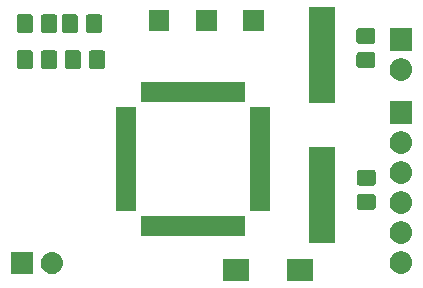
<source format=gbr>
G04 #@! TF.GenerationSoftware,KiCad,Pcbnew,(5.0.2)-1*
G04 #@! TF.CreationDate,2019-10-30T16:47:08+01:00*
G04 #@! TF.ProjectId,pcb_thesis,7063625f-7468-4657-9369-732e6b696361,rev?*
G04 #@! TF.SameCoordinates,Original*
G04 #@! TF.FileFunction,Soldermask,Top*
G04 #@! TF.FilePolarity,Negative*
%FSLAX46Y46*%
G04 Gerber Fmt 4.6, Leading zero omitted, Abs format (unit mm)*
G04 Created by KiCad (PCBNEW (5.0.2)-1) date 30.10.2019 16:47:08*
%MOMM*%
%LPD*%
G01*
G04 APERTURE LIST*
%ADD10C,0.100000*%
G04 APERTURE END LIST*
D10*
G36*
X150358000Y-85482000D02*
X148158000Y-85482000D01*
X148158000Y-83682000D01*
X150358000Y-83682000D01*
X150358000Y-85482000D01*
X150358000Y-85482000D01*
G37*
G36*
X144958000Y-85482000D02*
X142758000Y-85482000D01*
X142758000Y-83682000D01*
X144958000Y-83682000D01*
X144958000Y-85482000D01*
X144958000Y-85482000D01*
G37*
G36*
X128386448Y-83056873D02*
X128456232Y-83063746D01*
X128545770Y-83090907D01*
X128635309Y-83118068D01*
X128800347Y-83206283D01*
X128945001Y-83324999D01*
X129063717Y-83469653D01*
X129151932Y-83634691D01*
X129151932Y-83634692D01*
X129206254Y-83813768D01*
X129224596Y-84000000D01*
X129211179Y-84136232D01*
X129206254Y-84186231D01*
X129151932Y-84365309D01*
X129063717Y-84530347D01*
X128945001Y-84675001D01*
X128800347Y-84793717D01*
X128635309Y-84881932D01*
X128575746Y-84900000D01*
X128456232Y-84936254D01*
X128386448Y-84943127D01*
X128316666Y-84950000D01*
X128223334Y-84950000D01*
X128153552Y-84943127D01*
X128083768Y-84936254D01*
X127964254Y-84900000D01*
X127904691Y-84881932D01*
X127739653Y-84793717D01*
X127594999Y-84675001D01*
X127476283Y-84530347D01*
X127388068Y-84365309D01*
X127333746Y-84186231D01*
X127328822Y-84136232D01*
X127315404Y-84000000D01*
X127333746Y-83813768D01*
X127388068Y-83634692D01*
X127388068Y-83634691D01*
X127476283Y-83469653D01*
X127594999Y-83324999D01*
X127739653Y-83206283D01*
X127904691Y-83118068D01*
X127994230Y-83090907D01*
X128083768Y-83063746D01*
X128153552Y-83056873D01*
X128223334Y-83050000D01*
X128316666Y-83050000D01*
X128386448Y-83056873D01*
X128386448Y-83056873D01*
G37*
G36*
X126680000Y-84950000D02*
X124780000Y-84950000D01*
X124780000Y-83050000D01*
X126680000Y-83050000D01*
X126680000Y-84950000D01*
X126680000Y-84950000D01*
G37*
G36*
X157936448Y-83006873D02*
X158006232Y-83013746D01*
X158095770Y-83040907D01*
X158185309Y-83068068D01*
X158350347Y-83156283D01*
X158495001Y-83274999D01*
X158613717Y-83419653D01*
X158701932Y-83584691D01*
X158701932Y-83584692D01*
X158756254Y-83763768D01*
X158761179Y-83813769D01*
X158774596Y-83950000D01*
X158756254Y-84136231D01*
X158701932Y-84315309D01*
X158613717Y-84480347D01*
X158495001Y-84625001D01*
X158350347Y-84743717D01*
X158185309Y-84831932D01*
X158095770Y-84859093D01*
X158006232Y-84886254D01*
X157866666Y-84900000D01*
X157773334Y-84900000D01*
X157633768Y-84886254D01*
X157544230Y-84859093D01*
X157454691Y-84831932D01*
X157289653Y-84743717D01*
X157144999Y-84625001D01*
X157026283Y-84480347D01*
X156938068Y-84315309D01*
X156883746Y-84136231D01*
X156865404Y-83950000D01*
X156878821Y-83813769D01*
X156883746Y-83763768D01*
X156938068Y-83584692D01*
X156938068Y-83584691D01*
X157026283Y-83419653D01*
X157144999Y-83274999D01*
X157289653Y-83156283D01*
X157454691Y-83068068D01*
X157544230Y-83040907D01*
X157633768Y-83013746D01*
X157703552Y-83006873D01*
X157773334Y-83000000D01*
X157866666Y-83000000D01*
X157936448Y-83006873D01*
X157936448Y-83006873D01*
G37*
G36*
X157936448Y-80466873D02*
X158006232Y-80473746D01*
X158095770Y-80500907D01*
X158185309Y-80528068D01*
X158350347Y-80616283D01*
X158495001Y-80734999D01*
X158613717Y-80879653D01*
X158701932Y-81044691D01*
X158756254Y-81223769D01*
X158774596Y-81410000D01*
X158756254Y-81596231D01*
X158701932Y-81775309D01*
X158613717Y-81940347D01*
X158495001Y-82085001D01*
X158350347Y-82203717D01*
X158185309Y-82291932D01*
X158095770Y-82319093D01*
X158006232Y-82346254D01*
X157866666Y-82360000D01*
X157773334Y-82360000D01*
X157633768Y-82346254D01*
X157544230Y-82319093D01*
X157454691Y-82291932D01*
X157289653Y-82203717D01*
X157144999Y-82085001D01*
X157026283Y-81940347D01*
X156938068Y-81775309D01*
X156883746Y-81596231D01*
X156865404Y-81410000D01*
X156883746Y-81223769D01*
X156938068Y-81044691D01*
X157026283Y-80879653D01*
X157144999Y-80734999D01*
X157289653Y-80616283D01*
X157454691Y-80528068D01*
X157544230Y-80500907D01*
X157633768Y-80473746D01*
X157703552Y-80466873D01*
X157773334Y-80460000D01*
X157866666Y-80460000D01*
X157936448Y-80466873D01*
X157936448Y-80466873D01*
G37*
G36*
X152270000Y-82285000D02*
X150070000Y-82285000D01*
X150070000Y-74210000D01*
X152270000Y-74210000D01*
X152270000Y-82285000D01*
X152270000Y-82285000D01*
G37*
G36*
X144583000Y-81734000D02*
X135833000Y-81734000D01*
X135833000Y-80034000D01*
X144583000Y-80034000D01*
X144583000Y-81734000D01*
X144583000Y-81734000D01*
G37*
G36*
X158006232Y-77933746D02*
X158089483Y-77959000D01*
X158185309Y-77988068D01*
X158350347Y-78076283D01*
X158495001Y-78194999D01*
X158613717Y-78339653D01*
X158701932Y-78504691D01*
X158756254Y-78683769D01*
X158774596Y-78870000D01*
X158756254Y-79056231D01*
X158701932Y-79235309D01*
X158613717Y-79400347D01*
X158495001Y-79545001D01*
X158350347Y-79663717D01*
X158185309Y-79751932D01*
X158095770Y-79779093D01*
X158006232Y-79806254D01*
X157866666Y-79820000D01*
X157773334Y-79820000D01*
X157633768Y-79806254D01*
X157544230Y-79779093D01*
X157454691Y-79751932D01*
X157289653Y-79663717D01*
X157144999Y-79545001D01*
X157026283Y-79400347D01*
X156938068Y-79235309D01*
X156883746Y-79056231D01*
X156865404Y-78870000D01*
X156883746Y-78683769D01*
X156938068Y-78504691D01*
X157026283Y-78339653D01*
X157144999Y-78194999D01*
X157289653Y-78076283D01*
X157454691Y-77988068D01*
X157550517Y-77959000D01*
X157633768Y-77933746D01*
X157773334Y-77920000D01*
X157866666Y-77920000D01*
X158006232Y-77933746D01*
X158006232Y-77933746D01*
G37*
G36*
X135358000Y-79559000D02*
X133658000Y-79559000D01*
X133658000Y-70809000D01*
X135358000Y-70809000D01*
X135358000Y-79559000D01*
X135358000Y-79559000D01*
G37*
G36*
X146758000Y-79559000D02*
X145058000Y-79559000D01*
X145058000Y-70809000D01*
X146758000Y-70809000D01*
X146758000Y-79559000D01*
X146758000Y-79559000D01*
G37*
G36*
X155500527Y-78144874D02*
X155542216Y-78157521D01*
X155580630Y-78178053D01*
X155614308Y-78205692D01*
X155641947Y-78239370D01*
X155662479Y-78277784D01*
X155675126Y-78319473D01*
X155680000Y-78368964D01*
X155680000Y-79261036D01*
X155675126Y-79310527D01*
X155662479Y-79352216D01*
X155641947Y-79390630D01*
X155614308Y-79424308D01*
X155580630Y-79451947D01*
X155542216Y-79472479D01*
X155500527Y-79485126D01*
X155451036Y-79490000D01*
X154308964Y-79490000D01*
X154259473Y-79485126D01*
X154217784Y-79472479D01*
X154179370Y-79451947D01*
X154145692Y-79424308D01*
X154118053Y-79390630D01*
X154097521Y-79352216D01*
X154084874Y-79310527D01*
X154080000Y-79261036D01*
X154080000Y-78368964D01*
X154084874Y-78319473D01*
X154097521Y-78277784D01*
X154118053Y-78239370D01*
X154145692Y-78205692D01*
X154179370Y-78178053D01*
X154217784Y-78157521D01*
X154259473Y-78144874D01*
X154308964Y-78140000D01*
X155451036Y-78140000D01*
X155500527Y-78144874D01*
X155500527Y-78144874D01*
G37*
G36*
X155500527Y-76094874D02*
X155542216Y-76107521D01*
X155580630Y-76128053D01*
X155614308Y-76155692D01*
X155641947Y-76189370D01*
X155662479Y-76227784D01*
X155675126Y-76269473D01*
X155680000Y-76318964D01*
X155680000Y-77211036D01*
X155675126Y-77260527D01*
X155662479Y-77302216D01*
X155641947Y-77340630D01*
X155614308Y-77374308D01*
X155580630Y-77401947D01*
X155542216Y-77422479D01*
X155500527Y-77435126D01*
X155451036Y-77440000D01*
X154308964Y-77440000D01*
X154259473Y-77435126D01*
X154217784Y-77422479D01*
X154179370Y-77401947D01*
X154145692Y-77374308D01*
X154118053Y-77340630D01*
X154097521Y-77302216D01*
X154084874Y-77260527D01*
X154080000Y-77211036D01*
X154080000Y-76318964D01*
X154084874Y-76269473D01*
X154097521Y-76227784D01*
X154118053Y-76189370D01*
X154145692Y-76155692D01*
X154179370Y-76128053D01*
X154217784Y-76107521D01*
X154259473Y-76094874D01*
X154308964Y-76090000D01*
X155451036Y-76090000D01*
X155500527Y-76094874D01*
X155500527Y-76094874D01*
G37*
G36*
X158006232Y-75393746D02*
X158095770Y-75420907D01*
X158185309Y-75448068D01*
X158350347Y-75536283D01*
X158495001Y-75654999D01*
X158613717Y-75799653D01*
X158701932Y-75964691D01*
X158701932Y-75964692D01*
X158745259Y-76107521D01*
X158756254Y-76143769D01*
X158774596Y-76330000D01*
X158756254Y-76516231D01*
X158701932Y-76695309D01*
X158613717Y-76860347D01*
X158495001Y-77005001D01*
X158350347Y-77123717D01*
X158185309Y-77211932D01*
X158095770Y-77239093D01*
X158006232Y-77266254D01*
X157866666Y-77280000D01*
X157773334Y-77280000D01*
X157633768Y-77266254D01*
X157544230Y-77239093D01*
X157454691Y-77211932D01*
X157289653Y-77123717D01*
X157144999Y-77005001D01*
X157026283Y-76860347D01*
X156938068Y-76695309D01*
X156883746Y-76516231D01*
X156865404Y-76330000D01*
X156883746Y-76143769D01*
X156894742Y-76107521D01*
X156938068Y-75964692D01*
X156938068Y-75964691D01*
X157026283Y-75799653D01*
X157144999Y-75654999D01*
X157289653Y-75536283D01*
X157454691Y-75448068D01*
X157544230Y-75420907D01*
X157633768Y-75393746D01*
X157773334Y-75380000D01*
X157866666Y-75380000D01*
X158006232Y-75393746D01*
X158006232Y-75393746D01*
G37*
G36*
X158006232Y-72853746D02*
X158095770Y-72880907D01*
X158185309Y-72908068D01*
X158350347Y-72996283D01*
X158495001Y-73114999D01*
X158613717Y-73259653D01*
X158701932Y-73424691D01*
X158756254Y-73603769D01*
X158774596Y-73790000D01*
X158756254Y-73976231D01*
X158701932Y-74155309D01*
X158613717Y-74320347D01*
X158495001Y-74465001D01*
X158350347Y-74583717D01*
X158185309Y-74671932D01*
X158095770Y-74699093D01*
X158006232Y-74726254D01*
X157866666Y-74740000D01*
X157773334Y-74740000D01*
X157633768Y-74726254D01*
X157544230Y-74699093D01*
X157454691Y-74671932D01*
X157289653Y-74583717D01*
X157144999Y-74465001D01*
X157026283Y-74320347D01*
X156938068Y-74155309D01*
X156883746Y-73976231D01*
X156865404Y-73790000D01*
X156883746Y-73603769D01*
X156938068Y-73424691D01*
X157026283Y-73259653D01*
X157144999Y-73114999D01*
X157289653Y-72996283D01*
X157454691Y-72908068D01*
X157544230Y-72880907D01*
X157633768Y-72853746D01*
X157773334Y-72840000D01*
X157866666Y-72840000D01*
X158006232Y-72853746D01*
X158006232Y-72853746D01*
G37*
G36*
X158770000Y-72200000D02*
X156870000Y-72200000D01*
X156870000Y-70300000D01*
X158770000Y-70300000D01*
X158770000Y-72200000D01*
X158770000Y-72200000D01*
G37*
G36*
X152270000Y-70410000D02*
X150070000Y-70410000D01*
X150070000Y-62335000D01*
X152270000Y-62335000D01*
X152270000Y-70410000D01*
X152270000Y-70410000D01*
G37*
G36*
X144583000Y-70334000D02*
X135833000Y-70334000D01*
X135833000Y-68634000D01*
X144583000Y-68634000D01*
X144583000Y-70334000D01*
X144583000Y-70334000D01*
G37*
G36*
X157936448Y-66666873D02*
X158006232Y-66673746D01*
X158095770Y-66700907D01*
X158185309Y-66728068D01*
X158350347Y-66816283D01*
X158495001Y-66934999D01*
X158613717Y-67079653D01*
X158701932Y-67244691D01*
X158716441Y-67292523D01*
X158731516Y-67342216D01*
X158756254Y-67423769D01*
X158774596Y-67610000D01*
X158756254Y-67796231D01*
X158701932Y-67975309D01*
X158613717Y-68140347D01*
X158495001Y-68285001D01*
X158350347Y-68403717D01*
X158185309Y-68491932D01*
X158095770Y-68519093D01*
X158006232Y-68546254D01*
X157866666Y-68560000D01*
X157773334Y-68560000D01*
X157633768Y-68546254D01*
X157544230Y-68519093D01*
X157454691Y-68491932D01*
X157289653Y-68403717D01*
X157144999Y-68285001D01*
X157026283Y-68140347D01*
X156938068Y-67975309D01*
X156883746Y-67796231D01*
X156865404Y-67610000D01*
X156883746Y-67423769D01*
X156908485Y-67342216D01*
X156923559Y-67292523D01*
X156938068Y-67244691D01*
X157026283Y-67079653D01*
X157144999Y-66934999D01*
X157289653Y-66816283D01*
X157454691Y-66728068D01*
X157544230Y-66700907D01*
X157633768Y-66673746D01*
X157703552Y-66666873D01*
X157773334Y-66660000D01*
X157866666Y-66660000D01*
X157936448Y-66666873D01*
X157936448Y-66666873D01*
G37*
G36*
X132584527Y-65990874D02*
X132626216Y-66003521D01*
X132664630Y-66024053D01*
X132698308Y-66051692D01*
X132725947Y-66085370D01*
X132746479Y-66123784D01*
X132759126Y-66165473D01*
X132764000Y-66214964D01*
X132764000Y-67357036D01*
X132759126Y-67406527D01*
X132746479Y-67448216D01*
X132725947Y-67486630D01*
X132698308Y-67520308D01*
X132664630Y-67547947D01*
X132626216Y-67568479D01*
X132584527Y-67581126D01*
X132535036Y-67586000D01*
X131642964Y-67586000D01*
X131593473Y-67581126D01*
X131551784Y-67568479D01*
X131513370Y-67547947D01*
X131479692Y-67520308D01*
X131452053Y-67486630D01*
X131431521Y-67448216D01*
X131418874Y-67406527D01*
X131414000Y-67357036D01*
X131414000Y-66214964D01*
X131418874Y-66165473D01*
X131431521Y-66123784D01*
X131452053Y-66085370D01*
X131479692Y-66051692D01*
X131513370Y-66024053D01*
X131551784Y-66003521D01*
X131593473Y-65990874D01*
X131642964Y-65986000D01*
X132535036Y-65986000D01*
X132584527Y-65990874D01*
X132584527Y-65990874D01*
G37*
G36*
X126470527Y-65990874D02*
X126512216Y-66003521D01*
X126550630Y-66024053D01*
X126584308Y-66051692D01*
X126611947Y-66085370D01*
X126632479Y-66123784D01*
X126645126Y-66165473D01*
X126650000Y-66214964D01*
X126650000Y-67357036D01*
X126645126Y-67406527D01*
X126632479Y-67448216D01*
X126611947Y-67486630D01*
X126584308Y-67520308D01*
X126550630Y-67547947D01*
X126512216Y-67568479D01*
X126470527Y-67581126D01*
X126421036Y-67586000D01*
X125528964Y-67586000D01*
X125479473Y-67581126D01*
X125437784Y-67568479D01*
X125399370Y-67547947D01*
X125365692Y-67520308D01*
X125338053Y-67486630D01*
X125317521Y-67448216D01*
X125304874Y-67406527D01*
X125300000Y-67357036D01*
X125300000Y-66214964D01*
X125304874Y-66165473D01*
X125317521Y-66123784D01*
X125338053Y-66085370D01*
X125365692Y-66051692D01*
X125399370Y-66024053D01*
X125437784Y-66003521D01*
X125479473Y-65990874D01*
X125528964Y-65986000D01*
X126421036Y-65986000D01*
X126470527Y-65990874D01*
X126470527Y-65990874D01*
G37*
G36*
X128520527Y-65990874D02*
X128562216Y-66003521D01*
X128600630Y-66024053D01*
X128634308Y-66051692D01*
X128661947Y-66085370D01*
X128682479Y-66123784D01*
X128695126Y-66165473D01*
X128700000Y-66214964D01*
X128700000Y-67357036D01*
X128695126Y-67406527D01*
X128682479Y-67448216D01*
X128661947Y-67486630D01*
X128634308Y-67520308D01*
X128600630Y-67547947D01*
X128562216Y-67568479D01*
X128520527Y-67581126D01*
X128471036Y-67586000D01*
X127578964Y-67586000D01*
X127529473Y-67581126D01*
X127487784Y-67568479D01*
X127449370Y-67547947D01*
X127415692Y-67520308D01*
X127388053Y-67486630D01*
X127367521Y-67448216D01*
X127354874Y-67406527D01*
X127350000Y-67357036D01*
X127350000Y-66214964D01*
X127354874Y-66165473D01*
X127367521Y-66123784D01*
X127388053Y-66085370D01*
X127415692Y-66051692D01*
X127449370Y-66024053D01*
X127487784Y-66003521D01*
X127529473Y-65990874D01*
X127578964Y-65986000D01*
X128471036Y-65986000D01*
X128520527Y-65990874D01*
X128520527Y-65990874D01*
G37*
G36*
X130534527Y-65990874D02*
X130576216Y-66003521D01*
X130614630Y-66024053D01*
X130648308Y-66051692D01*
X130675947Y-66085370D01*
X130696479Y-66123784D01*
X130709126Y-66165473D01*
X130714000Y-66214964D01*
X130714000Y-67357036D01*
X130709126Y-67406527D01*
X130696479Y-67448216D01*
X130675947Y-67486630D01*
X130648308Y-67520308D01*
X130614630Y-67547947D01*
X130576216Y-67568479D01*
X130534527Y-67581126D01*
X130485036Y-67586000D01*
X129592964Y-67586000D01*
X129543473Y-67581126D01*
X129501784Y-67568479D01*
X129463370Y-67547947D01*
X129429692Y-67520308D01*
X129402053Y-67486630D01*
X129381521Y-67448216D01*
X129368874Y-67406527D01*
X129364000Y-67357036D01*
X129364000Y-66214964D01*
X129368874Y-66165473D01*
X129381521Y-66123784D01*
X129402053Y-66085370D01*
X129429692Y-66051692D01*
X129463370Y-66024053D01*
X129501784Y-66003521D01*
X129543473Y-65990874D01*
X129592964Y-65986000D01*
X130485036Y-65986000D01*
X130534527Y-65990874D01*
X130534527Y-65990874D01*
G37*
G36*
X155480527Y-66134874D02*
X155522216Y-66147521D01*
X155560630Y-66168053D01*
X155594308Y-66195692D01*
X155621947Y-66229370D01*
X155642479Y-66267784D01*
X155655126Y-66309473D01*
X155660000Y-66358964D01*
X155660000Y-67251036D01*
X155655126Y-67300527D01*
X155642479Y-67342216D01*
X155621947Y-67380630D01*
X155594308Y-67414308D01*
X155560630Y-67441947D01*
X155522216Y-67462479D01*
X155480527Y-67475126D01*
X155431036Y-67480000D01*
X154288964Y-67480000D01*
X154239473Y-67475126D01*
X154197784Y-67462479D01*
X154159370Y-67441947D01*
X154125692Y-67414308D01*
X154098053Y-67380630D01*
X154077521Y-67342216D01*
X154064874Y-67300527D01*
X154060000Y-67251036D01*
X154060000Y-66358964D01*
X154064874Y-66309473D01*
X154077521Y-66267784D01*
X154098053Y-66229370D01*
X154125692Y-66195692D01*
X154159370Y-66168053D01*
X154197784Y-66147521D01*
X154239473Y-66134874D01*
X154288964Y-66130000D01*
X155431036Y-66130000D01*
X155480527Y-66134874D01*
X155480527Y-66134874D01*
G37*
G36*
X158770000Y-66020000D02*
X156870000Y-66020000D01*
X156870000Y-64120000D01*
X158770000Y-64120000D01*
X158770000Y-66020000D01*
X158770000Y-66020000D01*
G37*
G36*
X155480527Y-64084874D02*
X155522216Y-64097521D01*
X155560630Y-64118053D01*
X155594308Y-64145692D01*
X155621947Y-64179370D01*
X155642479Y-64217784D01*
X155655126Y-64259473D01*
X155660000Y-64308964D01*
X155660000Y-65201036D01*
X155655126Y-65250527D01*
X155642479Y-65292216D01*
X155621947Y-65330630D01*
X155594308Y-65364308D01*
X155560630Y-65391947D01*
X155522216Y-65412479D01*
X155480527Y-65425126D01*
X155431036Y-65430000D01*
X154288964Y-65430000D01*
X154239473Y-65425126D01*
X154197784Y-65412479D01*
X154159370Y-65391947D01*
X154125692Y-65364308D01*
X154098053Y-65330630D01*
X154077521Y-65292216D01*
X154064874Y-65250527D01*
X154060000Y-65201036D01*
X154060000Y-64308964D01*
X154064874Y-64259473D01*
X154077521Y-64217784D01*
X154098053Y-64179370D01*
X154125692Y-64145692D01*
X154159370Y-64118053D01*
X154197784Y-64097521D01*
X154239473Y-64084874D01*
X154288964Y-64080000D01*
X155431036Y-64080000D01*
X155480527Y-64084874D01*
X155480527Y-64084874D01*
G37*
G36*
X132330527Y-62942874D02*
X132372216Y-62955521D01*
X132410630Y-62976053D01*
X132444308Y-63003692D01*
X132471947Y-63037370D01*
X132492479Y-63075784D01*
X132505126Y-63117473D01*
X132510000Y-63166964D01*
X132510000Y-64309036D01*
X132505126Y-64358527D01*
X132492479Y-64400216D01*
X132471947Y-64438630D01*
X132444308Y-64472308D01*
X132410630Y-64499947D01*
X132372216Y-64520479D01*
X132330527Y-64533126D01*
X132281036Y-64538000D01*
X131388964Y-64538000D01*
X131339473Y-64533126D01*
X131297784Y-64520479D01*
X131259370Y-64499947D01*
X131225692Y-64472308D01*
X131198053Y-64438630D01*
X131177521Y-64400216D01*
X131164874Y-64358527D01*
X131160000Y-64309036D01*
X131160000Y-63166964D01*
X131164874Y-63117473D01*
X131177521Y-63075784D01*
X131198053Y-63037370D01*
X131225692Y-63003692D01*
X131259370Y-62976053D01*
X131297784Y-62955521D01*
X131339473Y-62942874D01*
X131388964Y-62938000D01*
X132281036Y-62938000D01*
X132330527Y-62942874D01*
X132330527Y-62942874D01*
G37*
G36*
X130280527Y-62942874D02*
X130322216Y-62955521D01*
X130360630Y-62976053D01*
X130394308Y-63003692D01*
X130421947Y-63037370D01*
X130442479Y-63075784D01*
X130455126Y-63117473D01*
X130460000Y-63166964D01*
X130460000Y-64309036D01*
X130455126Y-64358527D01*
X130442479Y-64400216D01*
X130421947Y-64438630D01*
X130394308Y-64472308D01*
X130360630Y-64499947D01*
X130322216Y-64520479D01*
X130280527Y-64533126D01*
X130231036Y-64538000D01*
X129338964Y-64538000D01*
X129289473Y-64533126D01*
X129247784Y-64520479D01*
X129209370Y-64499947D01*
X129175692Y-64472308D01*
X129148053Y-64438630D01*
X129127521Y-64400216D01*
X129114874Y-64358527D01*
X129110000Y-64309036D01*
X129110000Y-63166964D01*
X129114874Y-63117473D01*
X129127521Y-63075784D01*
X129148053Y-63037370D01*
X129175692Y-63003692D01*
X129209370Y-62976053D01*
X129247784Y-62955521D01*
X129289473Y-62942874D01*
X129338964Y-62938000D01*
X130231036Y-62938000D01*
X130280527Y-62942874D01*
X130280527Y-62942874D01*
G37*
G36*
X126470527Y-62942874D02*
X126512216Y-62955521D01*
X126550630Y-62976053D01*
X126584308Y-63003692D01*
X126611947Y-63037370D01*
X126632479Y-63075784D01*
X126645126Y-63117473D01*
X126650000Y-63166964D01*
X126650000Y-64309036D01*
X126645126Y-64358527D01*
X126632479Y-64400216D01*
X126611947Y-64438630D01*
X126584308Y-64472308D01*
X126550630Y-64499947D01*
X126512216Y-64520479D01*
X126470527Y-64533126D01*
X126421036Y-64538000D01*
X125528964Y-64538000D01*
X125479473Y-64533126D01*
X125437784Y-64520479D01*
X125399370Y-64499947D01*
X125365692Y-64472308D01*
X125338053Y-64438630D01*
X125317521Y-64400216D01*
X125304874Y-64358527D01*
X125300000Y-64309036D01*
X125300000Y-63166964D01*
X125304874Y-63117473D01*
X125317521Y-63075784D01*
X125338053Y-63037370D01*
X125365692Y-63003692D01*
X125399370Y-62976053D01*
X125437784Y-62955521D01*
X125479473Y-62942874D01*
X125528964Y-62938000D01*
X126421036Y-62938000D01*
X126470527Y-62942874D01*
X126470527Y-62942874D01*
G37*
G36*
X128520527Y-62942874D02*
X128562216Y-62955521D01*
X128600630Y-62976053D01*
X128634308Y-63003692D01*
X128661947Y-63037370D01*
X128682479Y-63075784D01*
X128695126Y-63117473D01*
X128700000Y-63166964D01*
X128700000Y-64309036D01*
X128695126Y-64358527D01*
X128682479Y-64400216D01*
X128661947Y-64438630D01*
X128634308Y-64472308D01*
X128600630Y-64499947D01*
X128562216Y-64520479D01*
X128520527Y-64533126D01*
X128471036Y-64538000D01*
X127578964Y-64538000D01*
X127529473Y-64533126D01*
X127487784Y-64520479D01*
X127449370Y-64499947D01*
X127415692Y-64472308D01*
X127388053Y-64438630D01*
X127367521Y-64400216D01*
X127354874Y-64358527D01*
X127350000Y-64309036D01*
X127350000Y-63166964D01*
X127354874Y-63117473D01*
X127367521Y-63075784D01*
X127388053Y-63037370D01*
X127415692Y-63003692D01*
X127449370Y-62976053D01*
X127487784Y-62955521D01*
X127529473Y-62942874D01*
X127578964Y-62938000D01*
X128471036Y-62938000D01*
X128520527Y-62942874D01*
X128520527Y-62942874D01*
G37*
G36*
X146212000Y-64342000D02*
X144488000Y-64342000D01*
X144488000Y-62618000D01*
X146212000Y-62618000D01*
X146212000Y-64342000D01*
X146212000Y-64342000D01*
G37*
G36*
X142212000Y-64342000D02*
X140488000Y-64342000D01*
X140488000Y-62618000D01*
X142212000Y-62618000D01*
X142212000Y-64342000D01*
X142212000Y-64342000D01*
G37*
G36*
X138212000Y-64342000D02*
X136488000Y-64342000D01*
X136488000Y-62618000D01*
X138212000Y-62618000D01*
X138212000Y-64342000D01*
X138212000Y-64342000D01*
G37*
M02*

</source>
